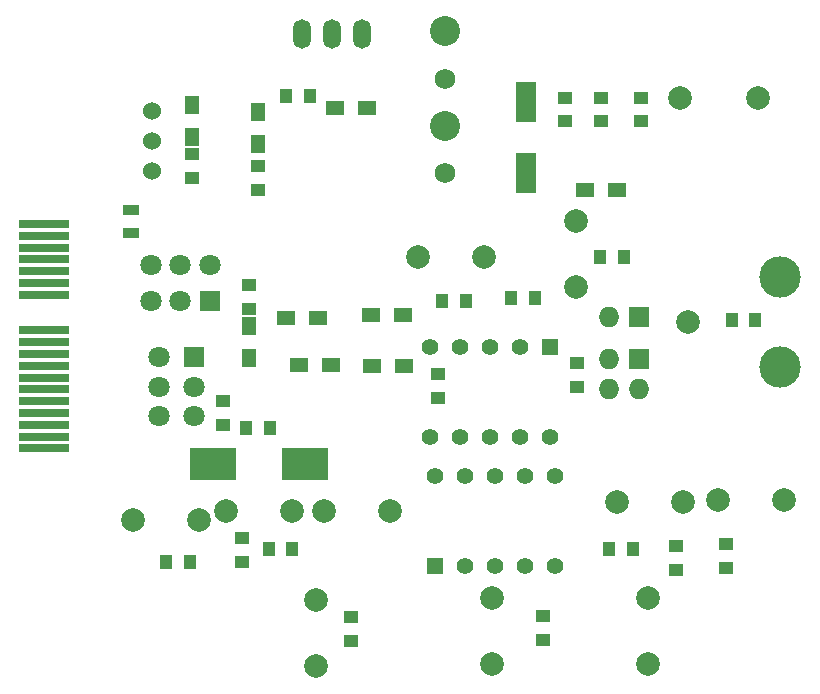
<source format=gbs>
%FSLAX46Y46*%
G04 Gerber Fmt 4.6, Leading zero omitted, Abs format (unit mm)*
G04 Created by KiCad (PCBNEW (2014-10-27 BZR 5228)-product) date 21/02/2015 07:43:22*
%MOMM*%
G01*
G04 APERTURE LIST*
%ADD10C,0.100000*%
%ADD11R,1.250000X1.000000*%
%ADD12R,1.000000X1.250000*%
%ADD13R,4.200000X0.700000*%
%ADD14R,1.397000X1.397000*%
%ADD15C,1.397000*%
%ADD16C,1.998980*%
%ADD17C,3.500000*%
%ADD18C,2.000000*%
%ADD19R,1.727200X1.727200*%
%ADD20O,1.727200X1.727200*%
%ADD21R,1.800000X1.800000*%
%ADD22C,1.800000*%
%ADD23C,2.540000*%
%ADD24C,1.727200*%
%ADD25C,1.524000*%
%ADD26O,1.501140X2.499360*%
%ADD27R,1.397000X0.889000*%
%ADD28R,1.300000X1.500000*%
%ADD29R,1.500000X1.300000*%
%ADD30R,4.000500X2.700020*%
%ADD31R,1.800860X3.500120*%
G04 APERTURE END LIST*
D10*
D11*
X144600000Y-70500000D03*
X144600000Y-72500000D03*
X146800000Y-62700000D03*
X146800000Y-60700000D03*
D12*
X148600000Y-72800000D03*
X146600000Y-72800000D03*
X150500000Y-83000000D03*
X148500000Y-83000000D03*
X139800000Y-84100000D03*
X141800000Y-84100000D03*
D11*
X146200000Y-82100000D03*
X146200000Y-84100000D03*
X155500000Y-88800000D03*
X155500000Y-90800000D03*
X183000000Y-82800000D03*
X183000000Y-84800000D03*
D12*
X177300000Y-83000000D03*
X179300000Y-83000000D03*
D11*
X142000000Y-51600000D03*
X142000000Y-49600000D03*
X187200000Y-82600000D03*
X187200000Y-84600000D03*
X147600000Y-50600000D03*
X147600000Y-52600000D03*
D12*
X152000000Y-44700000D03*
X150000000Y-44700000D03*
X165200000Y-62000000D03*
X163200000Y-62000000D03*
D11*
X176600000Y-46800000D03*
X176600000Y-44800000D03*
X180000000Y-46800000D03*
X180000000Y-44800000D03*
X173600000Y-46800000D03*
X173600000Y-44800000D03*
D12*
X178546000Y-58293000D03*
X176546000Y-58293000D03*
X169000000Y-61800000D03*
X171000000Y-61800000D03*
D13*
X129500000Y-74500000D03*
X129500000Y-73500000D03*
X129500000Y-72500000D03*
X129500000Y-71500000D03*
X129500000Y-70500000D03*
X129500000Y-69500000D03*
X129500000Y-68500000D03*
X129500000Y-67500000D03*
X129500000Y-66500000D03*
X129500000Y-65500000D03*
X129500000Y-64500000D03*
X129500000Y-61500000D03*
X129500000Y-60500000D03*
X129500000Y-59500000D03*
X129500000Y-58500000D03*
X129500000Y-57500000D03*
X129500000Y-56500000D03*
X129500000Y-55500000D03*
D14*
X162560000Y-84455000D03*
D15*
X165100000Y-84455000D03*
X167640000Y-84455000D03*
X170180000Y-84455000D03*
X172720000Y-84455000D03*
X172720000Y-76835000D03*
X170180000Y-76835000D03*
X167640000Y-76835000D03*
X165100000Y-76835000D03*
X162560000Y-76835000D03*
D14*
X172339000Y-65913000D03*
D15*
X169799000Y-65913000D03*
X167259000Y-65913000D03*
X164719000Y-65913000D03*
X162179000Y-65913000D03*
X162179000Y-73533000D03*
X164719000Y-73533000D03*
X167259000Y-73533000D03*
X169799000Y-73533000D03*
X172339000Y-73533000D03*
D16*
X158792000Y-79796000D03*
X153204000Y-79796000D03*
X142592000Y-80596000D03*
X137004000Y-80596000D03*
X152496000Y-87308000D03*
X152496000Y-92896000D03*
X144908000Y-79804000D03*
X150496000Y-79804000D03*
X180604000Y-92792000D03*
X180604000Y-87204000D03*
X178008000Y-79004000D03*
X183596000Y-79004000D03*
X167396000Y-87208000D03*
X167396000Y-92796000D03*
X186508000Y-78904000D03*
X192096000Y-78904000D03*
X161108000Y-58304000D03*
X166696000Y-58304000D03*
X174498000Y-55245000D03*
X174498000Y-60833000D03*
D17*
X191800000Y-67600000D03*
X191800000Y-60000000D03*
D18*
X184000000Y-63800000D03*
D19*
X179870000Y-63400000D03*
D20*
X177330000Y-63400000D03*
D19*
X179870000Y-66930000D03*
D20*
X177330000Y-66930000D03*
X179870000Y-69470000D03*
X177330000Y-69470000D03*
D21*
X142200000Y-66800000D03*
D22*
X142200000Y-69300000D03*
X139200000Y-66800000D03*
X142200000Y-71800000D03*
X139200000Y-71800000D03*
X139200000Y-69300000D03*
D21*
X143500000Y-62000000D03*
D22*
X141000000Y-62000000D03*
X143500000Y-59000000D03*
X138500000Y-62000000D03*
X138500000Y-59000000D03*
X141000000Y-59000000D03*
D23*
X163461700Y-39199300D03*
D24*
X163461700Y-43199300D03*
D23*
X163461700Y-47199300D03*
D24*
X163461700Y-51199300D03*
D25*
X138600000Y-48460000D03*
X138600000Y-45920000D03*
X138600000Y-51000000D03*
D26*
X153893520Y-39451280D03*
X156433520Y-39451280D03*
X151353520Y-39451280D03*
D16*
X189899460Y-44800000D03*
X183300540Y-44800000D03*
D11*
X174600000Y-69300000D03*
X174600000Y-67300000D03*
X171700000Y-88700000D03*
X171700000Y-90700000D03*
D27*
X136800000Y-56252500D03*
X136800000Y-54347500D03*
D28*
X146800000Y-64150000D03*
X146800000Y-66850000D03*
X147600000Y-46050000D03*
X147600000Y-48750000D03*
X142000000Y-45450000D03*
X142000000Y-48150000D03*
D29*
X156850000Y-45700000D03*
X154150000Y-45700000D03*
X153750000Y-67400000D03*
X151050000Y-67400000D03*
X152650000Y-63500000D03*
X149950000Y-63500000D03*
X159850000Y-63200000D03*
X157150000Y-63200000D03*
D12*
X187700000Y-63600000D03*
X189700000Y-63600000D03*
D11*
X162800000Y-70200000D03*
X162800000Y-68200000D03*
D29*
X157250000Y-67500000D03*
X159950000Y-67500000D03*
D30*
X143811260Y-75800000D03*
X151588740Y-75800000D03*
D31*
X170300000Y-51199740D03*
X170300000Y-45200260D03*
D29*
X177950000Y-52600000D03*
X175250000Y-52600000D03*
M02*

</source>
